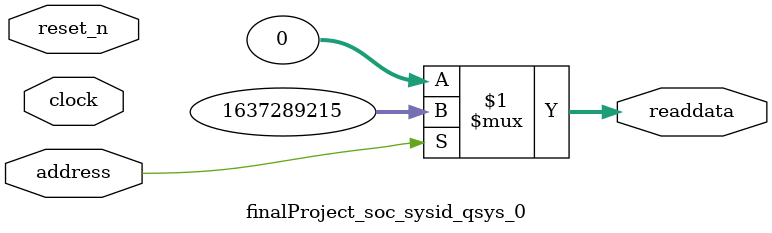
<source format=v>



// synthesis translate_off
`timescale 1ns / 1ps
// synthesis translate_on

// turn off superfluous verilog processor warnings 
// altera message_level Level1 
// altera message_off 10034 10035 10036 10037 10230 10240 10030 

module finalProject_soc_sysid_qsys_0 (
               // inputs:
                address,
                clock,
                reset_n,

               // outputs:
                readdata
             )
;

  output  [ 31: 0] readdata;
  input            address;
  input            clock;
  input            reset_n;

  wire    [ 31: 0] readdata;
  //control_slave, which is an e_avalon_slave
  assign readdata = address ? 1637289215 : 0;

endmodule



</source>
